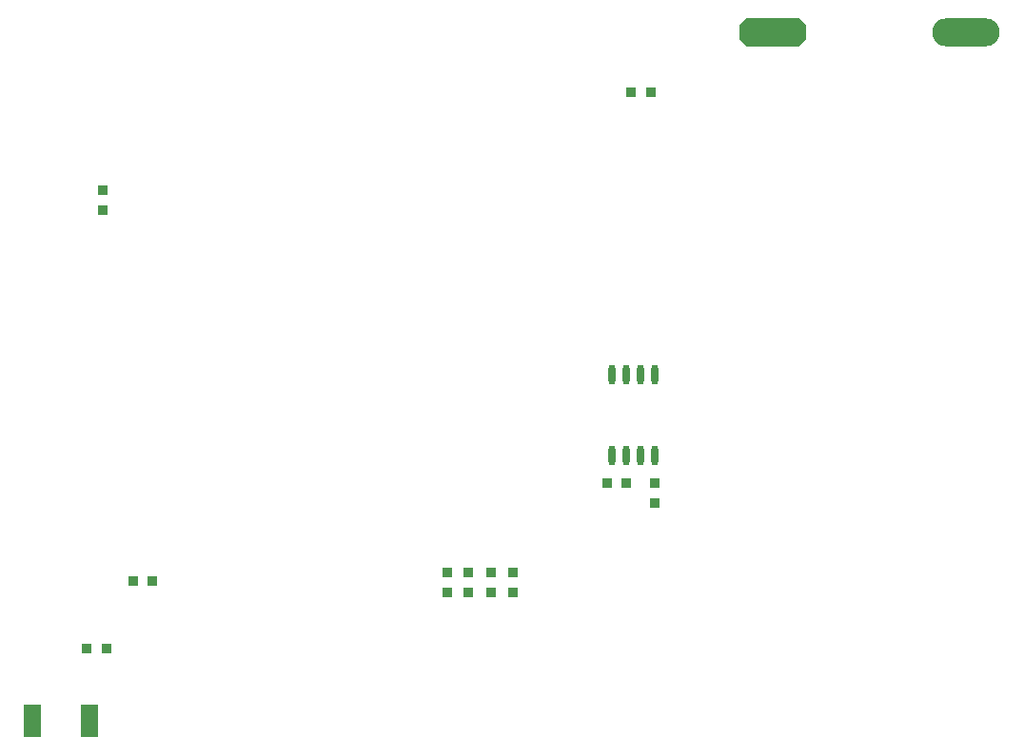
<source format=gbp>
G04*
G04 #@! TF.GenerationSoftware,Altium Limited,Altium Designer,19.0.4 (130)*
G04*
G04 Layer_Color=128*
%FSLAX25Y25*%
%MOIN*%
G70*
G01*
G75*
%ADD21R,0.03800X0.03500*%
%ADD22R,0.03500X0.03800*%
%ADD33R,0.05906X0.11811*%
G04:AMPARAMS|DCode=88|XSize=98.43mil|YSize=236.22mil|CornerRadius=0mil|HoleSize=0mil|Usage=FLASHONLY|Rotation=90.000|XOffset=0mil|YOffset=0mil|HoleType=Round|Shape=Octagon|*
%AMOCTAGOND88*
4,1,8,-0.11811,-0.02461,-0.11811,0.02461,-0.09350,0.04921,0.09350,0.04921,0.11811,0.02461,0.11811,-0.02461,0.09350,-0.04921,-0.09350,-0.04921,-0.11811,-0.02461,0.0*
%
%ADD88OCTAGOND88*%

%ADD89O,0.23622X0.09843*%
%ADD90O,0.02362X0.07087*%
D21*
X252000Y195000D02*
D03*
X245100D02*
D03*
X62791Y137000D02*
D03*
X69691D02*
D03*
X79100Y160500D02*
D03*
X86000D02*
D03*
X253600Y332000D02*
D03*
X260500D02*
D03*
D22*
X189044Y163500D02*
D03*
Y156600D02*
D03*
X196666Y163500D02*
D03*
Y156600D02*
D03*
X204351Y163500D02*
D03*
Y156600D02*
D03*
X212281Y163500D02*
D03*
Y156600D02*
D03*
X262000Y188000D02*
D03*
Y194900D02*
D03*
X68500Y297500D02*
D03*
Y290600D02*
D03*
D33*
X44000Y111500D02*
D03*
X64000D02*
D03*
D88*
X303135Y353000D02*
D03*
D89*
X370852D02*
D03*
D90*
X247000Y232846D02*
D03*
X252000D02*
D03*
X257000D02*
D03*
X262000D02*
D03*
X247000Y204500D02*
D03*
X252000D02*
D03*
X257000D02*
D03*
X262000D02*
D03*
M02*

</source>
